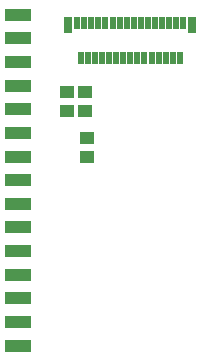
<source format=gts>
%FSLAX25Y25*%
%MOIN*%
G70*
G01*
G75*
G04 Layer_Color=8388736*
%ADD10R,0.07874X0.03150*%
%ADD11R,0.01969X0.04724*%
%ADD12R,0.01181X0.03150*%
%ADD13R,0.03937X0.03543*%
%ADD14C,0.00800*%
%ADD15C,0.02000*%
%ADD16C,0.00600*%
%ADD17C,0.01500*%
%ADD18C,0.02600*%
%ADD19C,0.04000*%
%ADD20C,0.01000*%
%ADD21C,0.03200*%
%ADD22R,0.03937X0.03740*%
%ADD23R,0.03740X0.03937*%
%ADD24R,0.03543X0.03937*%
%ADD25C,0.01200*%
%ADD26C,0.01181*%
%ADD27C,0.00787*%
%ADD28R,0.01181X0.17323*%
%ADD29R,0.08674X0.03950*%
%ADD30R,0.02769X0.05524*%
%ADD31R,0.01981X0.03950*%
%ADD32R,0.04737X0.04343*%
D29*
X447500Y400236D02*
D03*
Y376614D02*
D03*
Y368740D02*
D03*
Y360866D02*
D03*
Y352992D02*
D03*
Y345118D02*
D03*
Y337244D02*
D03*
Y329370D02*
D03*
Y321496D02*
D03*
Y313622D02*
D03*
Y305748D02*
D03*
Y297874D02*
D03*
Y290000D02*
D03*
Y384488D02*
D03*
Y392362D02*
D03*
D30*
X505653Y396713D02*
D03*
X464314D02*
D03*
D31*
X467267Y397500D02*
D03*
X468448Y385886D02*
D03*
X469629Y397500D02*
D03*
X470810Y385886D02*
D03*
X471991Y397500D02*
D03*
X473172Y385886D02*
D03*
X474354Y397500D02*
D03*
X475535Y385886D02*
D03*
X476716Y397500D02*
D03*
X477897Y385886D02*
D03*
X479078Y397500D02*
D03*
X480259Y385886D02*
D03*
X481440Y397500D02*
D03*
X482621Y385886D02*
D03*
X483802Y397500D02*
D03*
X484983Y385886D02*
D03*
X486165Y397500D02*
D03*
X487346Y385886D02*
D03*
X488527Y397500D02*
D03*
X489708Y385886D02*
D03*
X490889Y397500D02*
D03*
X492070Y385886D02*
D03*
X493251Y397500D02*
D03*
X494432Y385886D02*
D03*
X495613Y397500D02*
D03*
X496795Y385886D02*
D03*
X497976Y397500D02*
D03*
X499157Y385886D02*
D03*
X500338Y397500D02*
D03*
X501519Y385886D02*
D03*
X502700Y397500D02*
D03*
D32*
X469900Y368150D02*
D03*
Y374450D02*
D03*
X463900Y368250D02*
D03*
Y374550D02*
D03*
X470400Y352950D02*
D03*
Y359250D02*
D03*
M02*

</source>
